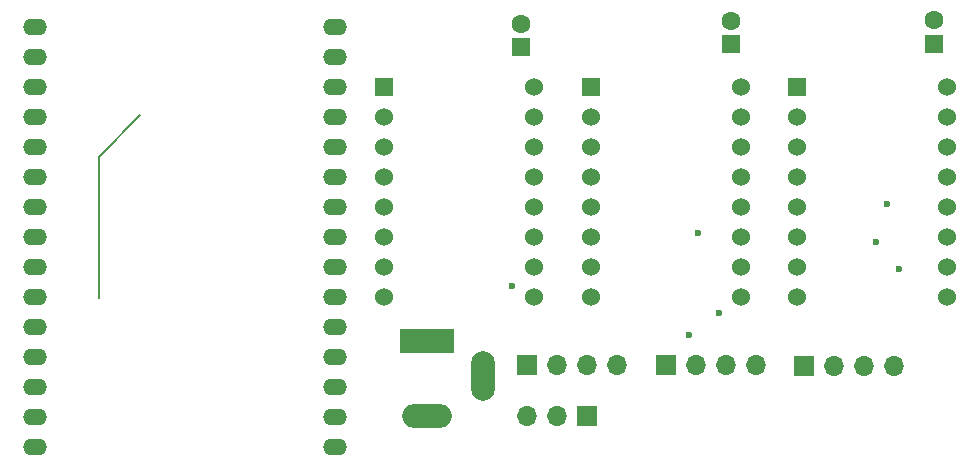
<source format=gbr>
%TF.GenerationSoftware,KiCad,Pcbnew,8.0.3*%
%TF.CreationDate,2024-08-08T00:21:50-04:00*%
%TF.ProjectId,sheepycam,73686565-7079-4636-916d-2e6b69636164,rev?*%
%TF.SameCoordinates,Original*%
%TF.FileFunction,Copper,L3,Inr*%
%TF.FilePolarity,Positive*%
%FSLAX46Y46*%
G04 Gerber Fmt 4.6, Leading zero omitted, Abs format (unit mm)*
G04 Created by KiCad (PCBNEW 8.0.3) date 2024-08-08 00:21:50*
%MOMM*%
%LPD*%
G01*
G04 APERTURE LIST*
%TA.AperFunction,ComponentPad*%
%ADD10R,1.530000X1.530000*%
%TD*%
%TA.AperFunction,ComponentPad*%
%ADD11C,1.530000*%
%TD*%
%TA.AperFunction,ComponentPad*%
%ADD12R,1.700000X1.700000*%
%TD*%
%TA.AperFunction,ComponentPad*%
%ADD13O,1.700000X1.700000*%
%TD*%
%TA.AperFunction,ComponentPad*%
%ADD14R,1.600000X1.600000*%
%TD*%
%TA.AperFunction,ComponentPad*%
%ADD15C,1.600000*%
%TD*%
%TA.AperFunction,ComponentPad*%
%ADD16O,2.000000X1.400000*%
%TD*%
%TA.AperFunction,ComponentPad*%
%ADD17R,4.600000X2.000000*%
%TD*%
%TA.AperFunction,ComponentPad*%
%ADD18O,4.200000X2.000000*%
%TD*%
%TA.AperFunction,ComponentPad*%
%ADD19O,2.000000X4.200000*%
%TD*%
%TA.AperFunction,ViaPad*%
%ADD20C,0.600000*%
%TD*%
%TA.AperFunction,Conductor*%
%ADD21C,0.200000*%
%TD*%
G04 APERTURE END LIST*
D10*
%TO.N,GND*%
%TO.C,U2*%
X149150000Y-60360000D03*
D11*
%TO.N,+3V3*%
X149150000Y-62900000D03*
X149150000Y-65440000D03*
X149150000Y-67980000D03*
%TO.N,Net-(U2-~{RESET})*%
X149150000Y-70520000D03*
X149150000Y-73060000D03*
%TO.N,XSTEP*%
X149150000Y-75600000D03*
%TO.N,XDIR*%
X149150000Y-78140000D03*
%TO.N,GND*%
X161850000Y-78140000D03*
%TO.N,+3V3*%
X161850000Y-75600000D03*
%TO.N,Net-(J2-B+)*%
X161850000Y-73060000D03*
%TO.N,Net-(J2-A+)*%
X161850000Y-70520000D03*
%TO.N,Net-(J2-A-)*%
X161850000Y-67980000D03*
%TO.N,Net-(J2-B-)*%
X161850000Y-65440000D03*
%TO.N,GND*%
X161850000Y-62900000D03*
%TO.N,+12V*%
X161850000Y-60360000D03*
%TD*%
D10*
%TO.N,GND*%
%TO.C,U4*%
X184140000Y-60360000D03*
D11*
%TO.N,+3V3*%
X184140000Y-62900000D03*
X184140000Y-65440000D03*
X184140000Y-67980000D03*
%TO.N,Net-(U4-~{RESET})*%
X184140000Y-70520000D03*
X184140000Y-73060000D03*
%TO.N,ZSTEP*%
X184140000Y-75600000D03*
%TO.N,ZDIR*%
X184140000Y-78140000D03*
%TO.N,GND*%
X196840000Y-78140000D03*
%TO.N,+3V3*%
X196840000Y-75600000D03*
%TO.N,Net-(J4-B+)*%
X196840000Y-73060000D03*
%TO.N,Net-(J4-A+)*%
X196840000Y-70520000D03*
%TO.N,Net-(J4-A-)*%
X196840000Y-67980000D03*
%TO.N,Net-(J4-B-)*%
X196840000Y-65440000D03*
%TO.N,GND*%
X196840000Y-62900000D03*
%TO.N,+12V*%
X196840000Y-60360000D03*
%TD*%
D12*
%TO.N,Net-(J3-A+)*%
%TO.C,J3*%
X172994775Y-83940000D03*
D13*
%TO.N,Net-(J3-A-)*%
X175534775Y-83940000D03*
%TO.N,Net-(J3-B+)*%
X178074775Y-83940000D03*
%TO.N,Net-(J3-B-)*%
X180614775Y-83940000D03*
%TD*%
D14*
%TO.N,+12V*%
%TO.C,C1*%
X178494775Y-56750000D03*
D15*
%TO.N,GND*%
X178494775Y-54750000D03*
%TD*%
%TO.N,GND*%
%TO.C,C2*%
X195744775Y-54690000D03*
D14*
%TO.N,+12V*%
X195744775Y-56690000D03*
%TD*%
%TO.N,+12V*%
%TO.C,C3*%
X160744775Y-57000000D03*
D15*
%TO.N,GND*%
X160744775Y-55000000D03*
%TD*%
D10*
%TO.N,GND*%
%TO.C,U3*%
X166645000Y-60360000D03*
D11*
%TO.N,+3V3*%
X166645000Y-62900000D03*
X166645000Y-65440000D03*
X166645000Y-67980000D03*
%TO.N,Net-(U3-~{RESET})*%
X166645000Y-70520000D03*
X166645000Y-73060000D03*
%TO.N,YSTEP*%
X166645000Y-75600000D03*
%TO.N,YDIR*%
X166645000Y-78140000D03*
%TO.N,GND*%
X179345000Y-78140000D03*
%TO.N,+3V3*%
X179345000Y-75600000D03*
%TO.N,Net-(J3-B+)*%
X179345000Y-73060000D03*
%TO.N,Net-(J3-A+)*%
X179345000Y-70520000D03*
%TO.N,Net-(J3-A-)*%
X179345000Y-67980000D03*
%TO.N,Net-(J3-B-)*%
X179345000Y-65440000D03*
%TO.N,GND*%
X179345000Y-62900000D03*
%TO.N,+12V*%
X179345000Y-60360000D03*
%TD*%
D12*
%TO.N,Net-(J4-A+)*%
%TO.C,J4*%
X184710000Y-84000000D03*
D13*
%TO.N,Net-(J4-A-)*%
X187250000Y-84000000D03*
%TO.N,Net-(J4-B+)*%
X189790000Y-84000000D03*
%TO.N,Net-(J4-B-)*%
X192330000Y-84000000D03*
%TD*%
D16*
%TO.N,unconnected-(U1-EN-Pad1)*%
%TO.C,U1*%
X145000000Y-90810000D03*
%TO.N,unconnected-(U1-GPIO36-Pad2)*%
X145000000Y-88270000D03*
%TO.N,unconnected-(U1-GPIO39-Pad3)*%
X145000000Y-85730000D03*
%TO.N,unconnected-(U1-GPIO34-Pad4)*%
X145000000Y-83190000D03*
%TO.N,unconnected-(U1-GPIO35-Pad5)*%
X145000000Y-80650000D03*
%TO.N,unconnected-(U1-GPIO32-Pad6)*%
X145000000Y-78110000D03*
%TO.N,unconnected-(U1-GPIO33-Pad7)*%
X145000000Y-75570000D03*
%TO.N,ZSTEP*%
X145000000Y-73030000D03*
%TO.N,ZDIR*%
X145000000Y-70490000D03*
%TO.N,YSTEP*%
X145000000Y-67950000D03*
%TO.N,YDIR*%
X145000000Y-65410000D03*
%TO.N,XSTEP*%
X145000000Y-62870000D03*
%TO.N,XDIR*%
X145000000Y-60330000D03*
%TO.N,GND*%
X145000000Y-57790000D03*
%TO.N,unconnected-(U1-5V-Pad15)*%
X145000000Y-55250000D03*
%TO.N,+3V3*%
X119600000Y-55250000D03*
%TO.N,GND*%
X119600000Y-57790000D03*
%TO.N,unconnected-(U1-GPIO15-Pad18)*%
X119600000Y-60330000D03*
%TO.N,unconnected-(U1-GPIO2-Pad19)*%
X119600000Y-62870000D03*
%TO.N,unconnected-(U1-GPIO4-Pad20)*%
X119600000Y-65410000D03*
%TO.N,unconnected-(U1-GPIO16-Pad21)*%
X119600000Y-67950000D03*
%TO.N,unconnected-(U1-GPIO17-Pad22)*%
X119600000Y-70490000D03*
%TO.N,unconnected-(U1-GPIO5-Pad23)*%
X119600000Y-73030000D03*
%TO.N,unconnected-(U1-GPIO18-Pad24)*%
X119600000Y-75570000D03*
%TO.N,unconnected-(U1-GPIO19-Pad25)*%
X119600000Y-78110000D03*
%TO.N,unconnected-(U1-GPIO21-Pad26)*%
X119600000Y-80650000D03*
%TO.N,unconnected-(U1-GPIO3-Pad27)*%
X119600000Y-83190000D03*
%TO.N,unconnected-(U1-GPIO1-Pad28)*%
X119600000Y-85730000D03*
%TO.N,unconnected-(U1-GPIO22-Pad29)*%
X119600000Y-88270000D03*
%TO.N,unconnected-(U1-GPIO23-Pad30)*%
X119600000Y-90810000D03*
%TD*%
D12*
%TO.N,Net-(J2-A+)*%
%TO.C,J2*%
X161250000Y-83940000D03*
D13*
%TO.N,Net-(J2-A-)*%
X163790000Y-83940000D03*
%TO.N,Net-(J2-B+)*%
X166330000Y-83940000D03*
%TO.N,Net-(J2-B-)*%
X168870000Y-83940000D03*
%TD*%
D17*
%TO.N,GND*%
%TO.C,J5*%
X152744775Y-81890000D03*
D18*
%TO.N,+12V*%
X152744775Y-88190000D03*
D19*
%TO.N,N/C*%
X157544775Y-84790000D03*
%TD*%
D12*
%TO.N,unconnected-(J1-Pin_1-Pad1)*%
%TO.C,J1*%
X166290000Y-88250000D03*
D13*
%TO.N,unconnected-(J1-Pin_2-Pad2)*%
X163750000Y-88250000D03*
%TO.N,unconnected-(J1-Pin_3-Pad3)*%
X161210000Y-88250000D03*
%TD*%
D20*
%TO.N,Net-(J2-A+)*%
X160000000Y-77250000D03*
%TO.N,Net-(J4-A+)*%
X190750000Y-73500000D03*
%TO.N,Net-(J4-A-)*%
X191750000Y-70250000D03*
%TO.N,Net-(J4-B+)*%
X192750000Y-75750000D03*
%TO.N,Net-(J3-B+)*%
X177500000Y-79500000D03*
%TO.N,Net-(J3-A+)*%
X175750000Y-72750000D03*
X175000000Y-81400000D03*
%TD*%
D21*
%TO.N,*%
X125000000Y-66250000D02*
X125000000Y-78250000D01*
X128500000Y-62750000D02*
X125000000Y-66250000D01*
%TD*%
M02*

</source>
